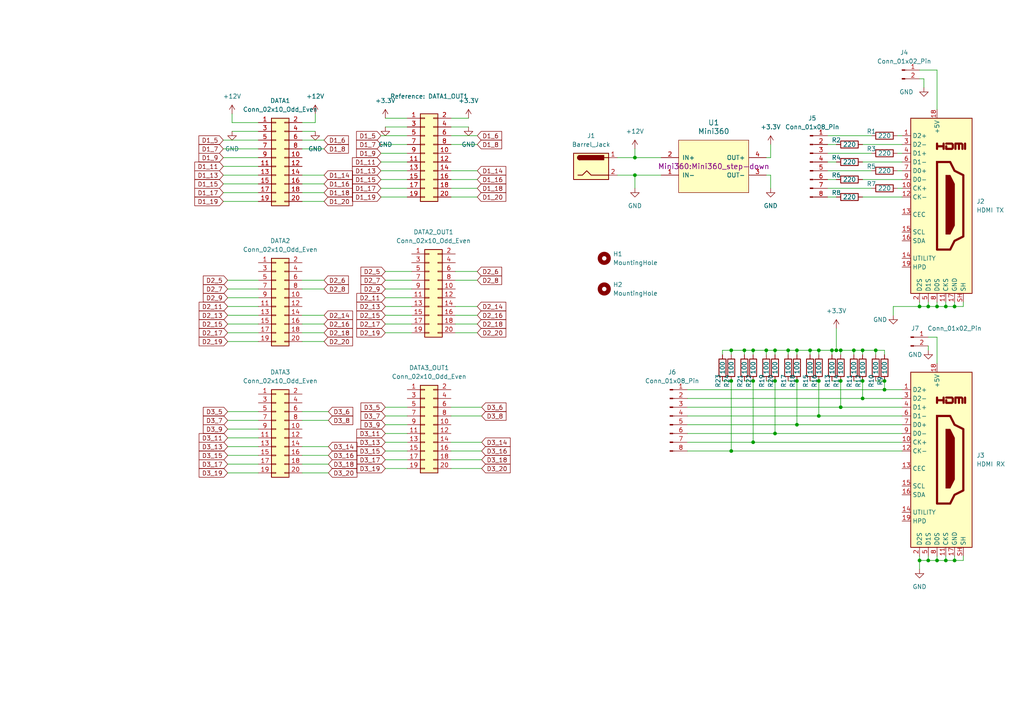
<source format=kicad_sch>
(kicad_sch (version 20230121) (generator eeschema)
  (paper "A4")
  (lib_symbols
    (symbol "Connector:Barrel_Jack" (pin_names (offset 1.016))
      (property "Reference" "J" (at 0 5.334 0))
      (property "Value" "Barrel_Jack" (at 0 -5.08 0))
      (symbol "Barrel_Jack_0_1"
        (rectangle (start -5.08 3.81) (end 5.08 -3.81) (stroke (width 0.254)) (fill (type background)))
        (arc (start -3.302 3.175) (mid -3.9343 2.54) (end -3.302 1.905) (stroke (width 0.254)))
        (arc (start -3.302 3.175) (mid -3.9343 2.54) (end -3.302 1.905) (stroke (width 0.254)) (fill (type outline)))
        (polyline (pts (xy 5.08 2.54) (xy 3.81 2.54)) (stroke (width 0.254)))
        (polyline (pts (xy -3.81 -2.54) (xy -2.54 -2.54) (xy -1.27 -1.27) (xy 0 -2.54) (xy 2.54 -2.54) (xy 5.08 -2.54)) (stroke (width 0.254)))
        (rectangle (start 3.683 3.175) (end -3.302 1.905) (stroke (width 0.254)) (fill (type outline)))
      )
      (symbol "Barrel_Jack_1_1"
        (pin passive line (at 7.62 2.54 180) (length 2.54) (name "~") (number "1"))
        (pin passive line (at 7.62 -2.54 180) (length 2.54) (name "~") (number "2"))
      )
    )
    (symbol "Connector:Conn_01x02_Pin" (pin_names (offset 1.016) hide)
      (property "Reference" "J" (at 0 2.54 0))
      (property "Value" "Conn_01x02_Pin" (at 0 -5.08 0))
      (symbol "Conn_01x02_Pin_1_1"
        (polyline (pts (xy 1.27 -2.54) (xy 0.8636 -2.54)) (stroke (width 0.1524)))
        (polyline (pts (xy 1.27 0) (xy 0.8636 0)) (stroke (width 0.1524)))
        (rectangle (start 0.8636 -2.413) (end 0 -2.667) (stroke (width 0.1524)) (fill (type outline)))
        (rectangle (start 0.8636 0.127) (end 0 -0.127) (stroke (width 0.1524)) (fill (type outline)))
        (pin passive line (at 5.08 0 180) (length 3.81) (name "Pin_1") (number "1"))
        (pin passive line (at 5.08 -2.54 180) (length 3.81) (name "Pin_2") (number "2"))
      )
    )
    (symbol "Connector:Conn_01x08_Pin" (pin_names (offset 1.016) hide)
      (property "Reference" "J" (at 0 10.16 0))
      (property "Value" "Conn_01x08_Pin" (at 0 -12.7 0))
      (symbol "Conn_01x08_Pin_1_1"
        (polyline (pts (xy 1.27 -10.16) (xy 0.8636 -10.16)) (stroke (width 0.1524)))
        (polyline (pts (xy 1.27 -7.62) (xy 0.8636 -7.62)) (stroke (width 0.1524)))
        (polyline (pts (xy 1.27 -5.08) (xy 0.8636 -5.08)) (stroke (width 0.1524)))
        (polyline (pts (xy 1.27 -2.54) (xy 0.8636 -2.54)) (stroke (width 0.1524)))
        (polyline (pts (xy 1.27 0) (xy 0.8636 0)) (stroke (width 0.1524)))
        (polyline (pts (xy 1.27 2.54) (xy 0.8636 2.54)) (stroke (width 0.1524)))
        (polyline (pts (xy 1.27 5.08) (xy 0.8636 5.08)) (stroke (width 0.1524)))
        (polyline (pts (xy 1.27 7.62) (xy 0.8636 7.62)) (stroke (width 0.1524)))
        (rectangle (start 0.8636 -10.033) (end 0 -10.287) (stroke (width 0.1524)) (fill (type outline)))
        (rectangle (start 0.8636 -7.493) (end 0 -7.747) (stroke (width 0.1524)) (fill (type outline)))
        (rectangle (start 0.8636 -4.953) (end 0 -5.207) (stroke (width 0.1524)) (fill (type outline)))
        (rectangle (start 0.8636 -2.413) (end 0 -2.667) (stroke (width 0.1524)) (fill (type outline)))
        (rectangle (start 0.8636 0.127) (end 0 -0.127) (stroke (width 0.1524)) (fill (type outline)))
        (rectangle (start 0.8636 2.667) (end 0 2.413) (stroke (width 0.1524)) (fill (type outline)))
        (rectangle (start 0.8636 5.207) (end 0 4.953) (stroke (width 0.1524)) (fill (type outline)))
        (rectangle (start 0.8636 7.747) (end 0 7.493) (stroke (width 0.1524)) (fill (type outline)))
        (pin passive line (at 5.08 7.62 180) (length 3.81) (name "Pin_1") (number "1"))
        (pin passive line (at 5.08 5.08 180) (length 3.81) (name "Pin_2") (number "2"))
        (pin passive line (at 5.08 2.54 180) (length 3.81) (name "Pin_3") (number "3"))
        (pin passive line (at 5.08 0 180) (length 3.81) (name "Pin_4") (number "4"))
        (pin passive line (at 5.08 -2.54 180) (length 3.81) (name "Pin_5") (number "5"))
        (pin passive line (at 5.08 -5.08 180) (length 3.81) (name "Pin_6") (number "6"))
        (pin passive line (at 5.08 -7.62 180) (length 3.81) (name "Pin_7") (number "7"))
        (pin passive line (at 5.08 -10.16 180) (length 3.81) (name "Pin_8") (number "8"))
      )
    )
    (symbol "Connector:HDMI_A"
      (property "Reference" "J" (at -6.35 26.67 0))
      (property "Value" "HDMI_A" (at 10.16 26.67 0))
      (symbol "HDMI_A_0_0"
        (polyline (pts (xy 8.128 16.51) (xy 8.128 18.034)) (stroke (width 0.635)))
        (polyline (pts (xy 0 16.51) (xy 0 18.034) (xy 0 17.272) (xy 1.905 17.272) (xy 1.905 18.034) (xy 1.905 16.51)) (stroke (width 0.635)))
        (polyline (pts (xy 2.667 18.034) (xy 4.318 18.034) (xy 4.572 17.78) (xy 4.572 16.764) (xy 4.318 16.51) (xy 2.667 16.51) (xy 2.667 17.272)) (stroke (width 0.635)))
      )
      (symbol "HDMI_A_0_1"
        (rectangle (start -7.62 25.4) (end 10.16 -25.4) (stroke (width 0.254)) (fill (type background)))
        (polyline (pts (xy 2.54 8.89) (xy 3.81 8.89) (xy 5.08 6.35) (xy 5.08 -5.715) (xy 3.81 -8.255) (xy 2.54 -8.255) (xy 2.54 8.89)) (fill (type outline)))
        (polyline (pts (xy 5.334 16.51) (xy 5.334 18.034) (xy 6.35 18.034) (xy 6.35 16.51) (xy 6.35 18.034) (xy 7.112 18.034) (xy 7.366 17.78) (xy 7.366 16.51)) (stroke (width 0.635)))
        (polyline (pts (xy 0 12.7) (xy 0 -12.7) (xy 3.81 -12.7) (xy 5.08 -10.16) (xy 7.62 -8.89) (xy 7.62 8.89) (xy 5.08 10.16) (xy 3.81 12.7) (xy 0 12.7)) (stroke (width 0.635)))
      )
      (symbol "HDMI_A_1_1"
        (pin passive line (at -10.16 20.32 0) (length 2.54) (name "D2+") (number "1"))
        (pin passive line (at -10.16 5.08 0) (length 2.54) (name "CK+") (number "10"))
        (pin power_in line (at 2.54 -27.94 90) (length 2.54) (name "CKS") (number "11"))
        (pin passive line (at -10.16 2.54 0) (length 2.54) (name "CK-") (number "12"))
        (pin bidirectional line (at -10.16 -2.54 0) (length 2.54) (name "CEC") (number "13"))
        (pin passive line (at -10.16 -15.24 0) (length 2.54) (name "UTILITY") (number "14"))
        (pin passive line (at -10.16 -7.62 0) (length 2.54) (name "SCL") (number "15"))
        (pin bidirectional line (at -10.16 -10.16 0) (length 2.54) (name "SDA") (number "16"))
        (pin power_in line (at 5.08 -27.94 90) (length 2.54) (name "GND") (number "17"))
        (pin power_in line (at 0 27.94 270) (length 2.54) (name "+5V") (number "18"))
        (pin passive line (at -10.16 -17.78 0) (length 2.54) (name "HPD") (number "19"))
        (pin power_in line (at -5.08 -27.94 90) (length 2.54) (name "D2S") (number "2"))
        (pin passive line (at -10.16 17.78 0) (length 2.54) (name "D2-") (number "3"))
        (pin passive line (at -10.16 15.24 0) (length 2.54) (name "D1+") (number "4"))
        (pin power_in line (at -2.54 -27.94 90) (length 2.54) (name "D1S") (number "5"))
        (pin passive line (at -10.16 12.7 0) (length 2.54) (name "D1-") (number "6"))
        (pin passive line (at -10.16 10.16 0) (length 2.54) (name "D0+") (number "7"))
        (pin power_in line (at 0 -27.94 90) (length 2.54) (name "D0S") (number "8"))
        (pin passive line (at -10.16 7.62 0) (length 2.54) (name "D0-") (number "9"))
        (pin passive line (at 7.62 -27.94 90) (length 2.54) (name "SH") (number "SH"))
      )
    )
    (symbol "Connector_Generic:Conn_02x10_Odd_Even" (pin_names (offset 1.016) hide)
      (property "Reference" "J" (at 1.27 12.7 0))
      (property "Value" "Conn_02x10_Odd_Even" (at 1.27 -15.24 0))
      (symbol "Conn_02x10_Odd_Even_1_1"
        (rectangle (start -1.27 -12.573) (end 0 -12.827) (stroke (width 0.1524)))
        (rectangle (start -1.27 -10.033) (end 0 -10.287) (stroke (width 0.1524)))
        (rectangle (start -1.27 -7.493) (end 0 -7.747) (stroke (width 0.1524)))
        (rectangle (start -1.27 -4.953) (end 0 -5.207) (stroke (width 0.1524)))
        (rectangle (start -1.27 -2.413) (end 0 -2.667) (stroke (width 0.1524)))
        (rectangle (start -1.27 0.127) (end 0 -0.127) (stroke (width 0.1524)))
        (rectangle (start -1.27 2.667) (end 0 2.413) (stroke (width 0.1524)))
        (rectangle (start -1.27 5.207) (end 0 4.953) (stroke (width 0.1524)))
        (rectangle (start -1.27 7.747) (end 0 7.493) (stroke (width 0.1524)))
        (rectangle (start -1.27 10.287) (end 0 10.033) (stroke (width 0.1524)))
        (rectangle (start -1.27 11.43) (end 3.81 -13.97) (stroke (width 0.254)) (fill (type background)))
        (rectangle (start 3.81 -12.573) (end 2.54 -12.827) (stroke (width 0.1524)))
        (rectangle (start 3.81 -10.033) (end 2.54 -10.287) (stroke (width 0.1524)))
        (rectangle (start 3.81 -7.493) (end 2.54 -7.747) (stroke (width 0.1524)))
        (rectangle (start 3.81 -4.953) (end 2.54 -5.207) (stroke (width 0.1524)))
        (rectangle (start 3.81 -2.413) (end 2.54 -2.667) (stroke (width 0.1524)))
        (rectangle (start 3.81 0.127) (end 2.54 -0.127) (stroke (width 0.1524)))
        (rectangle (start 3.81 2.667) (end 2.54 2.413) (stroke (width 0.1524)))
        (rectangle (start 3.81 5.207) (end 2.54 4.953) (stroke (width 0.1524)))
        (rectangle (start 3.81 7.747) (end 2.54 7.493) (stroke (width 0.1524)))
        (rectangle (start 3.81 10.287) (end 2.54 10.033) (stroke (width 0.1524)))
        (pin passive line (at -5.08 10.16 0) (length 3.81) (name "Pin_1") (number "1"))
        (pin passive line (at 7.62 0 180) (length 3.81) (name "Pin_10") (number "10"))
        (pin passive line (at -5.08 -2.54 0) (length 3.81) (name "Pin_11") (number "11"))
        (pin passive line (at 7.62 -2.54 180) (length 3.81) (name "Pin_12") (number "12"))
        (pin passive line (at -5.08 -5.08 0) (length 3.81) (name "Pin_13") (number "13"))
        (pin passive line (at 7.62 -5.08 180) (length 3.81) (name "Pin_14") (number "14"))
        (pin passive line (at -5.08 -7.62 0) (length 3.81) (name "Pin_15") (number "15"))
        (pin passive line (at 7.62 -7.62 180) (length 3.81) (name "Pin_16") (number "16"))
        (pin passive line (at -5.08 -10.16 0) (length 3.81) (name "Pin_17") (number "17"))
        (pin passive line (at 7.62 -10.16 180) (length 3.81) (name "Pin_18") (number "18"))
        (pin passive line (at -5.08 -12.7 0) (length 3.81) (name "Pin_19") (number "19"))
        (pin passive line (at 7.62 10.16 180) (length 3.81) (name "Pin_2") (number "2"))
        (pin passive line (at 7.62 -12.7 180) (length 3.81) (name "Pin_20") (number "20"))
        (pin passive line (at -5.08 7.62 0) (length 3.81) (name "Pin_3") (number "3"))
        (pin passive line (at 7.62 7.62 180) (length 3.81) (name "Pin_4") (number "4"))
        (pin passive line (at -5.08 5.08 0) (length 3.81) (name "Pin_5") (number "5"))
        (pin passive line (at 7.62 5.08 180) (length 3.81) (name "Pin_6") (number "6"))
        (pin passive line (at -5.08 2.54 0) (length 3.81) (name "Pin_7") (number "7"))
        (pin passive line (at 7.62 2.54 180) (length 3.81) (name "Pin_8") (number "8"))
        (pin passive line (at -5.08 0 0) (length 3.81) (name "Pin_9") (number "9"))
      )
    )
    (symbol "Device:R" (pin_numbers hide) (pin_names (offset 0))
      (property "Reference" "R" (at 2.032 0 90))
      (property "Value" "R" (at 0 0 90))
      (symbol "R_0_1"
        (rectangle (start -1.016 -2.54) (end 1.016 2.54) (stroke (width 0.254)))
      )
      (symbol "R_1_1"
        (pin passive line (at 0 3.81 270) (length 1.27) (name "~") (number "1"))
        (pin passive line (at 0 -3.81 90) (length 1.27) (name "~") (number "2"))
      )
    )
    (symbol "Mechanical:MountingHole" (pin_names (offset 1.016))
      (property "Reference" "H" (at 0 5.08 0))
      (property "Value" "MountingHole" (at 0 3.175 0))
      (symbol "MountingHole_0_1"
        (circle (center 0 0) (radius 1.27) (stroke (width 1.27)))
      )
    )
    (symbol "mini360:Mini360" (pin_names (offset 1.016))
      (property "Reference" "U" (at 0 -5.08 0))
      (property "Value" "Mini360" (at 0 5.08 0))
      (symbol "Mini360_0_1"
        (rectangle (start -10.16 7.62) (end 10.16 -7.62) (fill (type background)))
      )
      (symbol "Mini360_1_1"
        (pin power_in line (at -15.24 -2.54 0) (length 5.08) (name "IN-") (number "1"))
        (pin power_in line (at -15.24 2.54 0) (length 5.08) (name "IN+") (number "2"))
        (pin power_out line (at 15.24 -2.54 180) (length 5.08) (name "OUT-") (number "3"))
        (pin power_out line (at 15.24 2.54 180) (length 5.08) (name "OUT+") (number "4"))
      )
    )
    (symbol "power:+12V" (power) (pin_names (offset 0))
      (property "Value" "+12V" (at 0 3.556 0))
      (symbol "+12V_0_1"
        (polyline (pts (xy -0.762 1.27) (xy 0 2.54)))
        (polyline (pts (xy 0 0) (xy 0 2.54)))
        (polyline (pts (xy 0 2.54) (xy 0.762 1.27)))
      )
      (symbol "+12V_1_1"
        (pin power_in line (at 0 0 90) (length 0) hide (name "+12V") (number "1"))
      )
    )
    (symbol "power:+3.3V" (power) (pin_names (offset 0))
      (property "Value" "+3.3V" (at 0 3.556 0))
      (symbol "+3.3V_0_1"
        (polyline (pts (xy -0.762 1.27) (xy 0 2.54)))
        (polyline (pts (xy 0 0) (xy 0 2.54)))
        (polyline (pts (xy 0 2.54) (xy 0.762 1.27)))
      )
      (symbol "+3.3V_1_1"
        (pin power_in line (at 0 0 90) (length 0) hide (name "+3.3V") (number "1"))
      )
    )
    (symbol "power:GND" (power) (pin_names (offset 0))
      (property "Value" "GND" (at 0 -3.81 0))
      (symbol "GND_0_1"
        (polyline (pts (xy 0 0) (xy 0 -1.27) (xy 1.27 -1.27) (xy 0 -2.54) (xy -1.27 -1.27) (xy 0 -1.27)))
      )
      (symbol "GND_1_1"
        (pin power_in line (at 0 0 270) (length 0) hide (name "GND") (number "1"))
      )
    )
  )
  (junction (at 243.84 110.49))
  (junction (at 184.15 50.8))
  (junction (at 237.49 101.6))
  (junction (at 269.24 162.56))
  (junction (at 218.44 110.49))
  (junction (at 224.79 110.49))
  (junction (at 231.14 101.6))
  (junction (at 276.86 88.9))
  (junction (at 250.19 110.49))
  (junction (at 231.14 123.19))
  (junction (at 243.84 101.6))
  (junction (at 271.78 162.56))
  (junction (at 237.49 110.49))
  (junction (at 224.79 101.6))
  (junction (at 212.09 101.6))
  (junction (at 231.14 110.49))
  (junction (at 234.95 101.6))
  (junction (at 212.09 130.81))
  (junction (at 224.79 125.73))
  (junction (at 269.24 88.9))
  (junction (at 215.9 101.6))
  (junction (at 242.57 101.6))
  (junction (at 266.7 88.9))
  (junction (at 250.19 115.57))
  (junction (at 256.54 110.49))
  (junction (at 237.49 120.65))
  (junction (at 274.32 162.56))
  (junction (at 276.86 162.56))
  (junction (at 218.44 101.6))
  (junction (at 266.7 162.56))
  (junction (at 241.3 101.6))
  (junction (at 254 101.6))
  (junction (at 184.15 45.72))
  (junction (at 243.84 118.11))
  (junction (at 212.09 110.49))
  (junction (at 228.6 101.6))
  (junction (at 222.25 101.6))
  (junction (at 271.78 88.9))
  (junction (at 250.19 101.6))
  (junction (at 274.32 88.9))
  (junction (at 247.65 101.6))
  (junction (at 218.44 128.27))
  (junction (at 256.54 113.03))
  (wire (pts (xy 271.78 20.32) (xy 266.7 20.32)))
  (wire (pts (xy 247.65 110.49) (xy 250.19 110.49)))
  (wire (pts (xy 279.4 88.9) (xy 276.86 88.9)))
  (wire (pts (xy 274.32 87.63) (xy 274.32 88.9)))
  (wire (pts (xy 234.95 110.49) (xy 237.49 110.49)))
  (wire (pts (xy 267.97 22.86) (xy 266.7 22.86)))
  (wire (pts (xy 111.76 91.44) (xy 119.38 91.44)))
  (wire (pts (xy 274.32 161.29) (xy 274.32 162.56)))
  (wire (pts (xy 250.19 101.6) (xy 250.19 102.87)))
  (wire (pts (xy 237.49 101.6) (xy 237.49 102.87)))
  (wire (pts (xy 66.04 88.9) (xy 74.93 88.9)))
  (wire (pts (xy 130.81 34.29) (xy 135.89 34.29)))
  (wire (pts (xy 259.08 88.9) (xy 266.7 88.9)))
  (wire (pts (xy 66.04 132.08) (xy 74.93 132.08)))
  (wire (pts (xy 250.19 101.6) (xy 254 101.6)))
  (wire (pts (xy 223.52 45.72) (xy 222.25 45.72)))
  (wire (pts (xy 250.19 52.07) (xy 261.62 52.07)))
  (wire (pts (xy 231.14 101.6) (xy 231.14 102.87)))
  (wire (pts (xy 130.81 41.91) (xy 138.43 41.91)))
  (wire (pts (xy 199.39 123.19) (xy 231.14 123.19)))
  (wire (pts (xy 64.77 55.88) (xy 74.93 55.88)))
  (wire (pts (xy 269.24 87.63) (xy 269.24 88.9)))
  (wire (pts (xy 132.08 93.98) (xy 138.43 93.98)))
  (wire (pts (xy 64.77 53.34) (xy 74.93 53.34)))
  (wire (pts (xy 111.76 93.98) (xy 119.38 93.98)))
  (wire (pts (xy 250.19 110.49) (xy 250.19 115.57)))
  (wire (pts (xy 276.86 161.29) (xy 276.86 162.56)))
  (wire (pts (xy 199.39 118.11) (xy 243.84 118.11)))
  (wire (pts (xy 266.7 165.1) (xy 266.7 162.56)))
  (wire (pts (xy 87.63 91.44) (xy 93.98 91.44)))
  (wire (pts (xy 259.08 91.44) (xy 259.08 88.9)))
  (wire (pts (xy 110.49 54.61) (xy 118.11 54.61)))
  (wire (pts (xy 241.3 110.49) (xy 243.84 110.49)))
  (wire (pts (xy 110.49 46.99) (xy 118.11 46.99)))
  (wire (pts (xy 269.24 88.9) (xy 266.7 88.9)))
  (wire (pts (xy 234.95 101.6) (xy 234.95 102.87)))
  (wire (pts (xy 215.9 110.49) (xy 218.44 110.49)))
  (wire (pts (xy 237.49 120.65) (xy 261.62 120.65)))
  (wire (pts (xy 66.04 121.92) (xy 74.93 121.92)))
  (wire (pts (xy 111.76 118.11) (xy 118.11 118.11)))
  (wire (pts (xy 87.63 83.82) (xy 93.98 83.82)))
  (wire (pts (xy 271.78 162.56) (xy 269.24 162.56)))
  (wire (pts (xy 66.04 91.44) (xy 74.93 91.44)))
  (wire (pts (xy 64.77 43.18) (xy 74.93 43.18)))
  (wire (pts (xy 243.84 110.49) (xy 243.84 118.11)))
  (wire (pts (xy 110.49 49.53) (xy 118.11 49.53)))
  (wire (pts (xy 231.14 101.6) (xy 234.95 101.6)))
  (wire (pts (xy 243.84 118.11) (xy 261.62 118.11)))
  (wire (pts (xy 231.14 123.19) (xy 261.62 123.19)))
  (wire (pts (xy 199.39 128.27) (xy 218.44 128.27)))
  (wire (pts (xy 132.08 96.52) (xy 138.43 96.52)))
  (wire (pts (xy 228.6 110.49) (xy 231.14 110.49)))
  (wire (pts (xy 254 101.6) (xy 254 102.87)))
  (wire (pts (xy 87.63 81.28) (xy 93.98 81.28)))
  (wire (pts (xy 66.04 81.28) (xy 74.93 81.28)))
  (wire (pts (xy 111.76 123.19) (xy 118.11 123.19)))
  (wire (pts (xy 241.3 101.6) (xy 241.3 102.87)))
  (wire (pts (xy 66.04 134.62) (xy 74.93 134.62)))
  (wire (pts (xy 231.14 110.49) (xy 231.14 123.19)))
  (wire (pts (xy 130.81 52.07) (xy 138.43 52.07)))
  (wire (pts (xy 199.39 125.73) (xy 224.79 125.73)))
  (wire (pts (xy 240.03 52.07) (xy 242.57 52.07)))
  (wire (pts (xy 111.76 135.89) (xy 118.11 135.89)))
  (wire (pts (xy 132.08 88.9) (xy 138.43 88.9)))
  (wire (pts (xy 87.63 38.1) (xy 91.44 38.1)))
  (wire (pts (xy 66.04 83.82) (xy 74.93 83.82)))
  (wire (pts (xy 199.39 120.65) (xy 237.49 120.65)))
  (wire (pts (xy 250.19 115.57) (xy 261.62 115.57)))
  (wire (pts (xy 224.79 125.73) (xy 261.62 125.73)))
  (wire (pts (xy 111.76 78.74) (xy 119.38 78.74)))
  (wire (pts (xy 240.03 44.45) (xy 252.73 44.45)))
  (wire (pts (xy 222.25 101.6) (xy 224.79 101.6)))
  (wire (pts (xy 234.95 101.6) (xy 237.49 101.6)))
  (wire (pts (xy 132.08 78.74) (xy 138.43 78.74)))
  (wire (pts (xy 87.63 93.98) (xy 93.98 93.98)))
  (wire (pts (xy 271.78 88.9) (xy 269.24 88.9)))
  (wire (pts (xy 87.63 132.08) (xy 95.25 132.08)))
  (wire (pts (xy 256.54 110.49) (xy 256.54 113.03)))
  (wire (pts (xy 218.44 110.49) (xy 218.44 128.27)))
  (wire (pts (xy 130.81 39.37) (xy 138.43 39.37)))
  (wire (pts (xy 87.63 96.52) (xy 93.98 96.52)))
  (wire (pts (xy 87.63 40.64) (xy 93.98 40.64)))
  (wire (pts (xy 247.65 101.6) (xy 250.19 101.6)))
  (wire (pts (xy 64.77 48.26) (xy 74.93 48.26)))
  (wire (pts (xy 279.4 161.29) (xy 279.4 162.56)))
  (wire (pts (xy 276.86 87.63) (xy 276.86 88.9)))
  (wire (pts (xy 87.63 53.34) (xy 93.98 53.34)))
  (wire (pts (xy 274.32 88.9) (xy 271.78 88.9)))
  (wire (pts (xy 111.76 128.27) (xy 118.11 128.27)))
  (wire (pts (xy 64.77 40.64) (xy 74.93 40.64)))
  (wire (pts (xy 271.78 161.29) (xy 271.78 162.56)))
  (wire (pts (xy 224.79 101.6) (xy 228.6 101.6)))
  (wire (pts (xy 271.78 20.32) (xy 271.78 31.75)))
  (wire (pts (xy 240.03 54.61) (xy 252.73 54.61)))
  (wire (pts (xy 87.63 121.92) (xy 95.25 121.92)))
  (wire (pts (xy 87.63 43.18) (xy 93.98 43.18)))
  (wire (pts (xy 240.03 46.99) (xy 242.57 46.99)))
  (wire (pts (xy 218.44 128.27) (xy 261.62 128.27)))
  (wire (pts (xy 111.76 36.83) (xy 118.11 36.83)))
  (wire (pts (xy 199.39 115.57) (xy 250.19 115.57)))
  (wire (pts (xy 240.03 39.37) (xy 252.73 39.37)))
  (wire (pts (xy 66.04 124.46) (xy 74.93 124.46)))
  (wire (pts (xy 237.49 110.49) (xy 237.49 120.65)))
  (wire (pts (xy 209.55 101.6) (xy 212.09 101.6)))
  (wire (pts (xy 87.63 55.88) (xy 93.98 55.88)))
  (wire (pts (xy 184.15 50.8) (xy 184.15 54.61)))
  (wire (pts (xy 66.04 127) (xy 74.93 127)))
  (wire (pts (xy 111.76 34.29) (xy 118.11 34.29)))
  (wire (pts (xy 269.24 162.56) (xy 266.7 162.56)))
  (wire (pts (xy 271.78 87.63) (xy 271.78 88.9)))
  (wire (pts (xy 276.86 162.56) (xy 274.32 162.56)))
  (wire (pts (xy 271.78 97.79) (xy 271.78 105.41)))
  (wire (pts (xy 111.76 86.36) (xy 119.38 86.36)))
  (wire (pts (xy 184.15 45.72) (xy 191.77 45.72)))
  (wire (pts (xy 64.77 58.42) (xy 74.93 58.42)))
  (wire (pts (xy 130.81 57.15) (xy 138.43 57.15)))
  (wire (pts (xy 223.52 50.8) (xy 223.52 54.61)))
  (wire (pts (xy 179.07 50.8) (xy 184.15 50.8)))
  (wire (pts (xy 111.76 88.9) (xy 119.38 88.9)))
  (wire (pts (xy 64.77 45.72) (xy 74.93 45.72)))
  (wire (pts (xy 269.24 161.29) (xy 269.24 162.56)))
  (wire (pts (xy 110.49 41.91) (xy 118.11 41.91)))
  (wire (pts (xy 240.03 57.15) (xy 242.57 57.15)))
  (wire (pts (xy 269.24 100.33) (xy 269.24 101.6)))
  (wire (pts (xy 130.81 36.83) (xy 135.89 36.83)))
  (wire (pts (xy 260.35 44.45) (xy 261.62 44.45)))
  (wire (pts (xy 247.65 101.6) (xy 247.65 102.87)))
  (wire (pts (xy 269.24 97.79) (xy 271.78 97.79)))
  (wire (pts (xy 64.77 50.8) (xy 74.93 50.8)))
  (wire (pts (xy 215.9 101.6) (xy 215.9 102.87)))
  (wire (pts (xy 199.39 130.81) (xy 212.09 130.81)))
  (wire (pts (xy 240.03 41.91) (xy 242.57 41.91)))
  (wire (pts (xy 87.63 119.38) (xy 95.25 119.38)))
  (wire (pts (xy 241.3 101.6) (xy 242.57 101.6)))
  (wire (pts (xy 243.84 101.6) (xy 243.84 102.87)))
  (wire (pts (xy 209.55 110.49) (xy 212.09 110.49)))
  (wire (pts (xy 254 110.49) (xy 256.54 110.49)))
  (wire (pts (xy 130.81 49.53) (xy 138.43 49.53)))
  (wire (pts (xy 209.55 102.87) (xy 209.55 101.6)))
  (wire (pts (xy 130.81 135.89) (xy 139.7 135.89)))
  (wire (pts (xy 87.63 129.54) (xy 95.25 129.54)))
  (wire (pts (xy 242.57 101.6) (xy 243.84 101.6)))
  (wire (pts (xy 260.35 49.53) (xy 261.62 49.53)))
  (wire (pts (xy 66.04 86.36) (xy 74.93 86.36)))
  (wire (pts (xy 228.6 101.6) (xy 228.6 102.87)))
  (wire (pts (xy 87.63 134.62) (xy 95.25 134.62)))
  (wire (pts (xy 266.7 87.63) (xy 266.7 88.9)))
  (wire (pts (xy 111.76 130.81) (xy 118.11 130.81)))
  (wire (pts (xy 218.44 101.6) (xy 222.25 101.6)))
  (wire (pts (xy 243.84 101.6) (xy 247.65 101.6)))
  (wire (pts (xy 67.31 35.56) (xy 74.93 35.56)))
  (wire (pts (xy 111.76 96.52) (xy 119.38 96.52)))
  (wire (pts (xy 179.07 45.72) (xy 184.15 45.72)))
  (wire (pts (xy 66.04 137.16) (xy 74.93 137.16)))
  (wire (pts (xy 276.86 88.9) (xy 274.32 88.9)))
  (wire (pts (xy 224.79 110.49) (xy 224.79 125.73)))
  (wire (pts (xy 66.04 129.54) (xy 74.93 129.54)))
  (wire (pts (xy 184.15 43.18) (xy 184.15 45.72)))
  (wire (pts (xy 67.31 38.1) (xy 74.93 38.1)))
  (wire (pts (xy 67.31 33.02) (xy 67.31 35.56)))
  (wire (pts (xy 256.54 101.6) (xy 256.54 102.87)))
  (wire (pts (xy 279.4 87.63) (xy 279.4 88.9)))
  (wire (pts (xy 111.76 83.82) (xy 119.38 83.82)))
  (wire (pts (xy 218.44 101.6) (xy 218.44 102.87)))
  (wire (pts (xy 212.09 110.49) (xy 212.09 130.81)))
  (wire (pts (xy 110.49 52.07) (xy 118.11 52.07)))
  (wire (pts (xy 87.63 58.42) (xy 93.98 58.42)))
  (wire (pts (xy 87.63 137.16) (xy 95.25 137.16)))
  (wire (pts (xy 130.81 133.35) (xy 139.7 133.35)))
  (wire (pts (xy 66.04 119.38) (xy 74.93 119.38)))
  (wire (pts (xy 279.4 162.56) (xy 276.86 162.56)))
  (wire (pts (xy 130.81 54.61) (xy 138.43 54.61)))
  (wire (pts (xy 111.76 120.65) (xy 118.11 120.65)))
  (wire (pts (xy 132.08 81.28) (xy 138.43 81.28)))
  (wire (pts (xy 110.49 44.45) (xy 118.11 44.45)))
  (wire (pts (xy 91.44 35.56) (xy 87.63 35.56)))
  (wire (pts (xy 260.35 39.37) (xy 261.62 39.37)))
  (wire (pts (xy 66.04 96.52) (xy 74.93 96.52)))
  (wire (pts (xy 212.09 101.6) (xy 212.09 102.87)))
  (wire (pts (xy 66.04 93.98) (xy 74.93 93.98)))
  (wire (pts (xy 228.6 101.6) (xy 231.14 101.6)))
  (wire (pts (xy 91.44 33.02) (xy 91.44 35.56)))
  (wire (pts (xy 130.81 120.65) (xy 139.7 120.65)))
  (wire (pts (xy 256.54 113.03) (xy 261.62 113.03)))
  (wire (pts (xy 222.25 101.6) (xy 222.25 102.87)))
  (wire (pts (xy 87.63 99.06) (xy 93.98 99.06)))
  (wire (pts (xy 222.25 110.49) (xy 224.79 110.49)))
  (wire (pts (xy 132.08 91.44) (xy 138.43 91.44)))
  (wire (pts (xy 184.15 50.8) (xy 191.77 50.8)))
  (wire (pts (xy 66.04 99.06) (xy 74.93 99.06)))
  (wire (pts (xy 130.81 130.81) (xy 139.7 130.81)))
  (wire (pts (xy 110.49 39.37) (xy 118.11 39.37)))
  (wire (pts (xy 267.97 25.4) (xy 267.97 22.86)))
  (wire (pts (xy 212.09 101.6) (xy 215.9 101.6)))
  (wire (pts (xy 111.76 125.73) (xy 118.11 125.73)))
  (wire (pts (xy 215.9 101.6) (xy 218.44 101.6)))
  (wire (pts (xy 110.49 57.15) (xy 118.11 57.15)))
  (wire (pts (xy 260.35 54.61) (xy 261.62 54.61)))
  (wire (pts (xy 250.19 57.15) (xy 261.62 57.15)))
  (wire (pts (xy 130.81 118.11) (xy 139.7 118.11)))
  (wire (pts (xy 274.32 162.56) (xy 271.78 162.56)))
  (wire (pts (xy 250.19 41.91) (xy 261.62 41.91)))
  (wire (pts (xy 256.54 101.6) (xy 254 101.6)))
  (wire (pts (xy 199.39 113.03) (xy 256.54 113.03)))
  (wire (pts (xy 111.76 133.35) (xy 118.11 133.35)))
  (wire (pts (xy 266.7 161.29) (xy 266.7 162.56)))
  (wire (pts (xy 130.81 128.27) (xy 139.7 128.27)))
  (wire (pts (xy 223.52 50.8) (xy 222.25 50.8)))
  (wire (pts (xy 87.63 50.8) (xy 93.98 50.8)))
  (wire (pts (xy 240.03 49.53) (xy 252.73 49.53)))
  (wire (pts (xy 250.19 46.99) (xy 261.62 46.99)))
  (wire (pts (xy 223.52 41.91) (xy 223.52 45.72)))
  (wire (pts (xy 111.76 81.28) (xy 119.38 81.28)))
  (wire (pts (xy 212.09 130.81) (xy 261.62 130.81)))
  (wire (pts (xy 224.79 101.6) (xy 224.79 102.87)))
  (wire (pts (xy 242.57 95.25) (xy 242.57 101.6)))
  (wire (pts (xy 237.49 101.6) (xy 241.3 101.6)))
  (global_label "D2_15" (shape input) (at 111.76 91.44 180) (property "Intersheetrefs" "${INTERSHEET_REFS}" (effects hide)))
  (global_label "D1_6" (shape input) (at 138.43 39.37 0) (property "Intersheetrefs" "${INTERSHEET_REFS}" (effects hide)))
  (global_label "D1_15" (shape input) (at 110.49 52.07 180) (property "Intersheetrefs" "${INTERSHEET_REFS}" (effects hide)))
  (global_label "D2_9" (shape input) (at 66.04 86.36 180) (property "Intersheetrefs" "${INTERSHEET_REFS}" (effects hide)))
  (global_label "D3_16" (shape input) (at 95.25 132.08 0) (property "Intersheetrefs" "${INTERSHEET_REFS}" (effects hide)))
  (global_label "D1_15" (shape input) (at 64.77 53.34 180) (property "Intersheetrefs" "${INTERSHEET_REFS}" (effects hide)))
  (global_label "D1_18" (shape input) (at 93.98 55.88 0) (property "Intersheetrefs" "${INTERSHEET_REFS}" (effects hide)))
  (global_label "D2_16" (shape input) (at 93.98 93.98 0) (property "Intersheetrefs" "${INTERSHEET_REFS}" (effects hide)))
  (global_label "D3_17" (shape input) (at 66.04 134.62 180) (property "Intersheetrefs" "${INTERSHEET_REFS}" (effects hide)))
  (global_label "D2_8" (shape input) (at 138.43 81.28 0) (property "Intersheetrefs" "${INTERSHEET_REFS}" (effects hide)))
  (global_label "D3_5" (shape input) (at 66.04 119.38 180) (property "Intersheetrefs" "${INTERSHEET_REFS}" (effects hide)))
  (global_label "D3_7" (shape input) (at 66.04 121.92 180) (property "Intersheetrefs" "${INTERSHEET_REFS}" (effects hide)))
  (global_label "D1_11" (shape input) (at 64.77 48.26 180) (property "Intersheetrefs" "${INTERSHEET_REFS}" (effects hide)))
  (global_label "D1_18" (shape input) (at 138.43 54.61 0) (property "Intersheetrefs" "${INTERSHEET_REFS}" (effects hide)))
  (global_label "D3_13" (shape input) (at 111.76 128.27 180) (property "Intersheetrefs" "${INTERSHEET_REFS}" (effects hide)))
  (global_label "D1_14" (shape input) (at 138.43 49.53 0) (property "Intersheetrefs" "${INTERSHEET_REFS}" (effects hide)))
  (global_label "D2_18" (shape input) (at 93.98 96.52 0) (property "Intersheetrefs" "${INTERSHEET_REFS}" (effects hide)))
  (global_label "D3_8" (shape input) (at 95.25 121.92 0) (property "Intersheetrefs" "${INTERSHEET_REFS}" (effects hide)))
  (global_label "D1_19" (shape input) (at 110.49 57.15 180) (property "Intersheetrefs" "${INTERSHEET_REFS}" (effects hide)))
  (global_label "D3_19" (shape input) (at 111.76 135.89 180) (property "Intersheetrefs" "${INTERSHEET_REFS}" (effects hide)))
  (global_label "D2_18" (shape input) (at 138.43 93.98 0) (property "Intersheetrefs" "${INTERSHEET_REFS}" (effects hide)))
  (global_label "D2_17" (shape input) (at 66.04 96.52 180) (property "Intersheetrefs" "${INTERSHEET_REFS}" (effects hide)))
  (global_label "D1_14" (shape input) (at 93.98 50.8 0) (property "Intersheetrefs" "${INTERSHEET_REFS}" (effects hide)))
  (global_label "D1_6" (shape input) (at 93.98 40.64 0) (property "Intersheetrefs" "${INTERSHEET_REFS}" (effects hide)))
  (global_label "D2_7" (shape input) (at 66.04 83.82 180) (property "Intersheetrefs" "${INTERSHEET_REFS}" (effects hide)))
  (global_label "D1_13" (shape input) (at 64.77 50.8 180) (property "Intersheetrefs" "${INTERSHEET_REFS}" (effects hide)))
  (global_label "D3_17" (shape input) (at 111.76 133.35 180) (property "Intersheetrefs" "${INTERSHEET_REFS}" (effects hide)))
  (global_label "D2_8" (shape input) (at 93.98 83.82 0) (property "Intersheetrefs" "${INTERSHEET_REFS}" (effects hide)))
  (global_label "D3_18" (shape input) (at 95.25 134.62 0) (property "Intersheetrefs" "${INTERSHEET_REFS}" (effects hide)))
  (global_label "D2_20" (shape input) (at 138.43 96.52 0) (property "Intersheetrefs" "${INTERSHEET_REFS}" (effects hide)))
  (global_label "D1_20" (shape input) (at 93.98 58.42 0) (property "Intersheetrefs" "${INTERSHEET_REFS}" (effects hide)))
  (global_label "D1_16" (shape input) (at 138.43 52.07 0) (property "Intersheetrefs" "${INTERSHEET_REFS}" (effects hide)))
  (global_label "D1_5" (shape input) (at 110.49 39.37 180) (property "Intersheetrefs" "${INTERSHEET_REFS}" (effects hide)))
  (global_label "D1_9" (shape input) (at 110.49 44.45 180) (property "Intersheetrefs" "${INTERSHEET_REFS}" (effects hide)))
  (global_label "D1_7" (shape input) (at 64.77 43.18 180) (property "Intersheetrefs" "${INTERSHEET_REFS}" (effects hide)))
  (global_label "D1_19" (shape input) (at 64.77 58.42 180) (property "Intersheetrefs" "${INTERSHEET_REFS}" (effects hide)))
  (global_label "D3_19" (shape input) (at 66.04 137.16 180) (property "Intersheetrefs" "${INTERSHEET_REFS}" (effects hide)))
  (global_label "D3_7" (shape input) (at 111.76 120.65 180) (property "Intersheetrefs" "${INTERSHEET_REFS}" (effects hide)))
  (global_label "D2_16" (shape input) (at 138.43 91.44 0) (property "Intersheetrefs" "${INTERSHEET_REFS}" (effects hide)))
  (global_label "D1_11" (shape input) (at 110.49 46.99 180) (property "Intersheetrefs" "${INTERSHEET_REFS}" (effects hide)))
  (global_label "D2_5" (shape input) (at 66.04 81.28 180) (property "Intersheetrefs" "${INTERSHEET_REFS}" (effects hide)))
  (global_label "D2_6" (shape input) (at 138.43 78.74 0) (property "Intersheetrefs" "${INTERSHEET_REFS}" (effects hide)))
  (global_label "D3_9" (shape input) (at 111.76 123.19 180) (property "Intersheetrefs" "${INTERSHEET_REFS}" (effects hide)))
  (global_label "D2_11" (shape input) (at 111.76 86.36 180) (property "Intersheetrefs" "${INTERSHEET_REFS}" (effects hide)))
  (global_label "D1_13" (shape input) (at 110.49 49.53 180) (property "Intersheetrefs" "${INTERSHEET_REFS}" (effects hide)))
  (global_label "D1_7" (shape input) (at 110.49 41.91 180) (property "Intersheetrefs" "${INTERSHEET_REFS}" (effects hide)))
  (global_label "D3_9" (shape input) (at 66.04 124.46 180) (property "Intersheetrefs" "${INTERSHEET_REFS}" (effects hide)))
  (global_label "D3_15" (shape input) (at 66.04 132.08 180) (property "Intersheetrefs" "${INTERSHEET_REFS}" (effects hide)))
  (global_label "D2_15" (shape input) (at 66.04 93.98 180) (property "Intersheetrefs" "${INTERSHEET_REFS}" (effects hide)))
  (global_label "D2_20" (shape input) (at 93.98 99.06 0) (property "Intersheetrefs" "${INTERSHEET_REFS}" (effects hide)))
  (global_label "D3_20" (shape input) (at 139.7 135.89 0) (property "Intersheetrefs" "${INTERSHEET_REFS}" (effects hide)))
  (global_label "D1_16" (shape input) (at 93.98 53.34 0) (property "Intersheetrefs" "${INTERSHEET_REFS}" (effects hide)))
  (global_label "D1_5" (shape input) (at 64.77 40.64 180) (property "Intersheetrefs" "${INTERSHEET_REFS}" (effects hide)))
  (global_label "D1_8" (shape input) (at 138.43 41.91 0) (property "Intersheetrefs" "${INTERSHEET_REFS}" (effects hide)))
  (global_label "D1_8" (shape input) (at 93.98 43.18 0) (property "Intersheetrefs" "${INTERSHEET_REFS}" (effects hide)))
  (global_label "D2_11" (shape input) (at 66.04 88.9 180) (property "Intersheetrefs" "${INTERSHEET_REFS}" (effects hide)))
  (global_label "D3_11" (shape input) (at 111.76 125.73 180) (property "Intersheetrefs" "${INTERSHEET_REFS}" (effects hide)))
  (global_label "D3_15" (shape input) (at 111.76 130.81 180) (property "Intersheetrefs" "${INTERSHEET_REFS}" (effects hide)))
  (global_label "D1_20" (shape input) (at 138.43 57.15 0) (property "Intersheetrefs" "${INTERSHEET_REFS}" (effects hide)))
  (global_label "D2_13" (shape input) (at 111.76 88.9 180) (property "Intersheetrefs" "${INTERSHEET_REFS}" (effects hide)))
  (global_label "D2_6" (shape input) (at 93.98 81.28 0) (property "Intersheetrefs" "${INTERSHEET_REFS}" (effects hide)))
  (global_label "D3_5" (shape input) (at 111.76 118.11 180) (property "Intersheetrefs" "${INTERSHEET_REFS}" (effects hide)))
  (global_label "D2_19" (shape input) (at 111.76 96.52 180) (property "Intersheetrefs" "${INTERSHEET_REFS}" (effects hide)))
  (global_label "D1_17" (shape input) (at 110.49 54.61 180) (property "Intersheetrefs" "${INTERSHEET_REFS}" (effects hide)))
  (global_label "D1_17" (shape input) (at 64.77 55.88 180) (property "Intersheetrefs" "${INTERSHEET_REFS}" (effects hide)))
  (global_label "D3_20" (shape input) (at 95.25 137.16 0) (property "Intersheetrefs" "${INTERSHEET_REFS}" (effects hide)))
  (global_label "D2_14" (shape input) (at 138.43 88.9 0) (property "Intersheetrefs" "${INTERSHEET_REFS}" (effects hide)))
  (global_label "D1_9" (shape input) (at 64.77 45.72 180) (property "Intersheetrefs" "${INTERSHEET_REFS}" (effects hide)))
  (global_label "D2_7" (shape input) (at 111.76 81.28 180) (property "Intersheetrefs" "${INTERSHEET_REFS}" (effects hide)))
  (global_label "D3_11" (shape input) (at 66.04 127 180) (property "Intersheetrefs" "${INTERSHEET_REFS}" (effects hide)))
  (global_label "D2_5" (shape input) (at 111.76 78.74 180) (property "Intersheetrefs" "${INTERSHEET_REFS}" (effects hide)))
  (global_label "D2_14" (shape input) (at 93.98 91.44 0) (property "Intersheetrefs" "${INTERSHEET_REFS}" (effects hide)))
  (global_label "D2_9" (shape input) (at 111.76 83.82 180) (property "Intersheetrefs" "${INTERSHEET_REFS}" (effects hide)))
  (global_label "D3_13" (shape input) (at 66.04 129.54 180) (property "Intersheetrefs" "${INTERSHEET_REFS}" (effects hide)))
  (global_label "D2_19" (shape input) (at 66.04 99.06 180) (property "Intersheetrefs" "${INTERSHEET_REFS}" (effects hide)))
  (global_label "D3_6" (shape input) (at 139.7 118.11 0) (property "Intersheetrefs" "${INTERSHEET_REFS}" (effects hide)))
  (global_label "D3_16" (shape input) (at 139.7 130.81 0) (property "Intersheetrefs" "${INTERSHEET_REFS}" (effects hide)))
  (global_label "D2_17" (shape input) (at 111.76 93.98 180) (property "Intersheetrefs" "${INTERSHEET_REFS}" (effects hide)))
  (global_label "D3_14" (shape input) (at 139.7 128.27 0) (property "Intersheetrefs" "${INTERSHEET_REFS}" (effects hide)))
  (global_label "D3_18" (shape input) (at 139.7 133.35 0) (property "Intersheetrefs" "${INTERSHEET_REFS}" (effects hide)))
  (global_label "D3_6" (shape input) (at 95.25 119.38 0) (property "Intersheetrefs" "${INTERSHEET_REFS}" (effects hide)))
  (global_label "D2_13" (shape input) (at 66.04 91.44 180) (property "Intersheetrefs" "${INTERSHEET_REFS}" (effects hide)))
  (global_label "D3_14" (shape input) (at 95.25 129.54 0) (property "Intersheetrefs" "${INTERSHEET_REFS}" (effects hide)))
  (global_label "D3_8" (shape input) (at 139.7 120.65 0) (property "Intersheetrefs" "${INTERSHEET_REFS}" (effects hide)))
  (symbol (lib_id "Connector_Generic:Conn_02x10_Odd_Even") (at 80.01 124.46 0) (unit 1)
    (property "Reference" "DATA3" (at 81.28 107.95 0))
    (property "Value" "Conn_02x10_Odd_Even" (at 81.28 110.49 0))
    (property "Footprint" "CardEdge_2x10_P2.00mm_TopBottom_Separated:CardEdge_2x10_P2.00mm_TopBottom_Separated" (effects hide))
  )
  (symbol (lib_id "Device:R") (at 212.09 106.68 180) (unit 1)
    (property "Reference" "R24" (at 210.82 110.49 90))
    (property "Value" "100" (at 212.09 106.68 90))
    (property "Footprint" "Resistor_SMD:R_0402_1005Metric_Pad0.72x0.64mm_HandSolder" (effects hide))
  )
  (symbol (lib_id "Device:R") (at 256.54 106.68 180) (unit 1)
    (property "Reference" "R9" (at 255.27 110.49 90))
    (property "Value" "100" (at 256.54 106.68 90))
    (property "Footprint" "Resistor_SMD:R_0402_1005Metric_Pad0.72x0.64mm_HandSolder" (effects hide))
  )
  (symbol (lib_id "Connector:Barrel_Jack") (at 171.45 48.26 0) (unit 1)
    (property "Reference" "J1" (at 171.45 39.37 0))
    (property "Value" "Barrel_Jack" (at 171.45 41.91 0))
    (property "Footprint" "Connector_BarrelJack:BarrelJack_Horizontal" (effects hide))
  )
  (symbol (lib_id "Device:R") (at 243.84 106.68 180) (unit 1)
    (property "Reference" "R14" (at 242.57 110.49 90))
    (property "Value" "100" (at 243.84 106.68 90))
    (property "Footprint" "Resistor_SMD:R_0402_1005Metric_Pad0.72x0.64mm_HandSolder" (effects hide))
  )
  (symbol (lib_id "Connector_Generic:Conn_02x10_Odd_Even") (at 123.19 123.19 0) (unit 1)
    (property "Reference" "DATA3_OUT1" (at 124.46 106.68 0))
    (property "Value" "Conn_02x10_Odd_Even" (at 124.46 109.22 0))
    (property "Footprint" "Connector_PinSocket_2.54mm:PinSocket_2x10_P2.54mm_Vertical" (effects hide))
  )
  (symbol (lib_id "Connector:Conn_01x08_Pin") (at 234.95 46.99 0) (unit 1)
    (property "Reference" "J5" (at 235.585 34.29 0))
    (property "Value" "Conn_01x08_Pin" (at 235.585 36.83 0))
    (property "Footprint" "Connector_PinHeader_2.54mm:PinHeader_1x08_P2.54mm_Vertical" (effects hide))
  )
  (symbol (lib_id "power:GND") (at 269.24 101.6 0) (unit 1)
    (property "Reference" "#PWR025" (effects hide))
    (property "Value" "GND" (at 265.43 102.87 0))
  )
  (symbol (lib_id "Device:R") (at 250.19 106.68 180) (unit 1)
    (property "Reference" "R12" (at 248.92 110.49 90))
    (property "Value" "100" (at 250.19 106.68 90))
    (property "Footprint" "Resistor_SMD:R_0402_1005Metric_Pad0.72x0.64mm_HandSolder" (effects hide))
  )
  (symbol (lib_id "Device:R") (at 209.55 106.68 180) (unit 1)
    (property "Reference" "R23" (at 208.28 110.49 90))
    (property "Value" "100" (at 209.55 106.68 90))
    (property "Footprint" "Resistor_SMD:R_0402_1005Metric_Pad0.72x0.64mm_HandSolder" (effects hide))
  )
  (symbol (lib_id "power:GND") (at 135.89 36.83 0) (unit 1)
    (property "Reference" "#PWR09" (effects hide))
    (property "Value" "GND" (at 135.89 41.91 0))
  )
  (symbol (lib_id "power:+3.3V") (at 111.76 34.29 0) (unit 1)
    (property "Reference" "#PWR017" (effects hide))
    (property "Value" "+3.3V" (at 111.76 29.21 0))
  )
  (symbol (lib_id "Device:R") (at 246.38 46.99 90) (unit 1)
    (property "Reference" "R4" (at 242.57 45.72 90))
    (property "Value" "220" (at 246.38 46.99 90))
    (property "Footprint" "Resistor_SMD:R_0402_1005Metric_Pad0.72x0.64mm_HandSolder" (effects hide))
  )
  (symbol (lib_id "power:+12V") (at 67.31 33.02 0) (unit 1)
    (property "Reference" "#PWR01" (effects hide))
    (property "Value" "+12V" (at 67.31 27.94 0))
  )
  (symbol (lib_id "power:+12V") (at 91.44 33.02 0) (unit 1)
    (property "Reference" "#PWR014" (effects hide))
    (property "Value" "+12V" (at 91.44 27.94 0))
  )
  (symbol (lib_id "power:GND") (at 111.76 36.83 0) (unit 1)
    (property "Reference" "#PWR08" (effects hide))
    (property "Value" "GND" (at 111.76 41.91 0))
  )
  (symbol (lib_id "Device:R") (at 246.38 57.15 90) (unit 1)
    (property "Reference" "R8" (at 242.57 55.88 90))
    (property "Value" "220" (at 246.38 57.15 90))
    (property "Footprint" "Resistor_SMD:R_0402_1005Metric_Pad0.72x0.64mm_HandSolder" (effects hide))
  )
  (symbol (lib_id "Device:R") (at 246.38 52.07 90) (unit 1)
    (property "Reference" "R6" (at 242.57 50.8 90))
    (property "Value" "220" (at 246.38 52.07 90))
    (property "Footprint" "Resistor_SMD:R_0402_1005Metric_Pad0.72x0.64mm_HandSolder" (effects hide))
  )
  (symbol (lib_id "Connector_Generic:Conn_02x10_Odd_Even") (at 80.01 86.36 0) (unit 1)
    (property "Reference" "DATA2" (at 81.28 69.85 0))
    (property "Value" "Conn_02x10_Odd_Even" (at 81.28 72.39 0))
    (property "Footprint" "CardEdge_2x10_P2.00mm_TopBottom_Separated:CardEdge_2x10_P2.00mm_TopBottom_Separated" (effects hide))
  )
  (symbol (lib_id "Device:R") (at 222.25 106.68 180) (unit 1)
    (property "Reference" "R19" (at 220.98 110.49 90))
    (property "Value" "100" (at 222.25 106.68 90))
    (property "Footprint" "Resistor_SMD:R_0402_1005Metric_Pad0.72x0.64mm_HandSolder" (effects hide))
  )
  (symbol (lib_id "Mechanical:MountingHole") (at 175.26 74.93 0) (unit 1)
    (property "Reference" "H1" (at 177.8 73.66 0) (effects (justify left)))
    (property "Value" "MountingHole" (at 177.8 76.2 0) (effects (justify left)))
    (property "Footprint" "MountingHole:MountingHole_3.2mm_M3_Pad" (effects hide))
  )
  (symbol (lib_id "Device:R") (at 224.79 106.68 180) (unit 1)
    (property "Reference" "R20" (at 223.52 110.49 90))
    (property "Value" "100" (at 224.79 106.68 90))
    (property "Footprint" "Resistor_SMD:R_0402_1005Metric_Pad0.72x0.64mm_HandSolder" (effects hide))
  )
  (symbol (lib_id "Connector_Generic:Conn_02x10_Odd_Even") (at 123.19 44.45 0) (unit 1)
    (property "Reference" "DATA1_OUT1" (at 124.46 27.94 0) (show_name))
    (property "Value" "Conn_02x10_Odd_Even" (effects hide))
    (property "Footprint" "Connector_PinSocket_2.54mm:PinSocket_2x10_P2.54mm_Vertical" (effects hide))
  )
  (symbol (lib_id "Device:R") (at 246.38 41.91 90) (unit 1)
    (property "Reference" "R2" (at 242.57 40.64 90))
    (property "Value" "220" (at 246.38 41.91 90))
    (property "Footprint" "Resistor_SMD:R_0402_1005Metric_Pad0.72x0.64mm_HandSolder" (effects hide))
  )
  (symbol (lib_id "Device:R") (at 256.54 54.61 90) (unit 1)
    (property "Reference" "R7" (at 252.73 53.34 90))
    (property "Value" "220" (at 256.54 54.61 90))
    (property "Footprint" "Resistor_SMD:R_0402_1005Metric_Pad0.72x0.64mm_HandSolder" (effects hide))
  )
  (symbol (lib_id "Device:R") (at 256.54 39.37 90) (unit 1)
    (property "Reference" "R1" (at 252.73 38.1 90))
    (property "Value" "220" (at 256.54 39.37 90))
    (property "Footprint" "Resistor_SMD:R_0402_1005Metric_Pad0.72x0.64mm_HandSolder" (effects hide))
  )
  (symbol (lib_id "power:+3.3V") (at 135.89 34.29 0) (unit 1)
    (property "Reference" "#PWR018" (effects hide))
    (property "Value" "+3.3V" (at 135.89 29.21 0))
  )
  (symbol (lib_id "mini360:Mini360") (at 207.01 48.26 0) (unit 1)
    (property "Reference" "U1" (at 207.01 35.56 0) (effects (font (size 1.524 1.524))))
    (property "Value" "Mini360" (at 207.01 38.1 0) (effects (font (size 1.524 1.524))))
    (property "Footprint" "Mini360:Mini360_step-down" (at 207.01 48.26 0) (effects (font (size 1.524 1.524))))
  )
  (symbol (lib_id "Device:R") (at 237.49 106.68 180) (unit 1)
    (property "Reference" "R16" (at 236.22 110.49 90))
    (property "Value" "100" (at 237.49 106.68 90))
    (property "Footprint" "Resistor_SMD:R_0402_1005Metric_Pad0.72x0.64mm_HandSolder" (effects hide))
  )
  (symbol (lib_id "Device:R") (at 256.54 49.53 90) (unit 1)
    (property "Reference" "R5" (at 252.73 48.26 90))
    (property "Value" "220" (at 256.54 49.53 90))
    (property "Footprint" "Resistor_SMD:R_0402_1005Metric_Pad0.72x0.64mm_HandSolder" (effects hide))
  )
  (symbol (lib_id "power:GND") (at 266.7 165.1 0) (unit 1)
    (property "Reference" "#PWR030" (effects hide))
    (property "Value" "GND" (at 266.7 170.18 0))
  )
  (symbol (lib_id "Connector:HDMI_A") (at 271.78 133.35 0) (unit 1)
    (property "Reference" "J3" (at 283.21 132.08 0) (effects (justify left)))
    (property "Value" "HDMI RX" (at 283.21 134.62 0) (effects (justify left)))
    (property "Footprint" "Connector_HDMI:HDMI_A_Molex_208658-1001_Horizontal" (effects hide))
    (property "Datasheet" "https://en.wikipedia.org/wiki/HDMI" (effects hide))
  )
  (symbol (lib_id "Mechanical:MountingHole") (at 175.26 83.82 0) (unit 1)
    (property "Reference" "H2" (at 177.8 82.55 0) (effects (justify left)))
    (property "Value" "MountingHole" (at 177.8 85.09 0) (effects (justify left)))
    (property "Footprint" "MountingHole:MountingHole_3.2mm_M3_Pad" (effects hide))
  )
  (symbol (lib_id "Connector_Generic:Conn_02x10_Odd_Even") (at 124.46 83.82 0) (unit 1)
    (property "Reference" "DATA2_OUT1" (at 125.73 67.31 0))
    (property "Value" "Conn_02x10_Odd_Even" (at 125.73 69.85 0))
    (property "Footprint" "Connector_PinSocket_2.54mm:PinSocket_2x10_P2.54mm_Vertical" (effects hide))
  )
  (symbol (lib_id "power:GND") (at 67.31 38.1 0) (unit 1)
    (property "Reference" "#PWR02" (effects hide))
    (property "Value" "GND" (at 67.31 43.18 0))
  )
  (symbol (lib_id "Device:R") (at 231.14 106.68 180) (unit 1)
    (property "Reference" "R18" (at 229.87 110.49 90))
    (property "Value" "100" (at 231.14 106.68 90))
    (property "Footprint" "Resistor_SMD:R_0402_1005Metric_Pad0.72x0.64mm_HandSolder" (effects hide))
  )
  (symbol (lib_id "Connector:Conn_01x02_Pin") (at 264.16 97.79 0) (unit 1)
    (property "Reference" "J7" (at 265.43 95.25 0))
    (property "Value" "Conn_01x02_Pin" (at 276.86 95.25 0))
    (property "Footprint" "Connector_PinHeader_2.54mm:PinHeader_1x02_P2.54mm_Vertical" (effects hide))
  )
  (symbol (lib_id "power:GND") (at 184.15 54.61 0) (unit 1)
    (property "Reference" "#PWR015" (effects hide))
    (property "Value" "GND" (at 184.15 59.69 0))
  )
  (symbol (lib_id "power:+12V") (at 184.15 43.18 0) (unit 1)
    (property "Reference" "#PWR021" (effects hide))
    (property "Value" "+12V" (at 184.15 38.1 0))
  )
  (symbol (lib_id "Device:R") (at 215.9 106.68 180) (unit 1)
    (property "Reference" "R21" (at 214.63 110.49 90))
    (property "Value" "100" (at 215.9 106.68 90))
    (property "Footprint" "Resistor_SMD:R_0402_1005Metric_Pad0.72x0.64mm_HandSolder" (effects hide))
  )
  (symbol (lib_id "power:GND") (at 259.08 91.44 0) (unit 1)
    (property "Reference" "#PWR029" (effects hide))
    (property "Value" "GND" (at 255.27 92.71 0))
  )
  (symbol (lib_id "power:GND") (at 223.52 54.61 0) (unit 1)
    (property "Reference" "#PWR016" (effects hide))
    (property "Value" "GND" (at 223.52 59.69 0))
  )
  (symbol (lib_id "Connector_Generic:Conn_02x10_Odd_Even") (at 80.01 45.72 0) (unit 1)
    (property "Reference" "DATA1" (at 81.28 29.21 0))
    (property "Value" "Conn_02x10_Odd_Even" (at 81.28 31.75 0))
    (property "Footprint" "CardEdge_2x10_P2.00mm_TopBottom_Separated:CardEdge_2x10_P2.00mm_TopBottom_Separated" (effects hide))
  )
  (symbol (lib_id "power:GND") (at 91.44 38.1 0) (unit 1)
    (property "Reference" "#PWR03" (effects hide))
    (property "Value" "GND" (at 91.44 43.18 0))
  )
  (symbol (lib_id "Device:R") (at 234.95 106.68 180) (unit 1)
    (property "Reference" "R15" (at 233.68 110.49 90))
    (property "Value" "100" (at 234.95 106.68 90))
    (property "Footprint" "Resistor_SMD:R_0402_1005Metric_Pad0.72x0.64mm_HandSolder" (effects hide))
  )
  (symbol (lib_id "Device:R") (at 247.65 106.68 180) (unit 1)
    (property "Reference" "R11" (at 246.38 110.49 90))
    (property "Value" "100" (at 247.65 106.68 90))
    (property "Footprint" "Resistor_SMD:R_0402_1005Metric_Pad0.72x0.64mm_HandSolder" (effects hide))
  )
  (symbol (lib_id "power:+3.3V") (at 242.57 95.25 0) (unit 1)
    (property "Reference" "#PWR031" (effects hide))
    (property "Value" "+3.3V" (at 242.57 90.17 0))
  )
  (symbol (lib_id "power:+3.3V") (at 223.52 41.91 0) (unit 1)
    (property "Reference" "#PWR022" (effects hide))
    (property "Value" "+3.3V" (at 223.52 36.83 0))
  )
  (symbol (lib_id "Connector:Conn_01x02_Pin") (at 261.62 20.32 0) (unit 1)
    (property "Reference" "J4" (at 262.255 15.24 0))
    (property "Value" "Conn_01x02_Pin" (at 262.255 17.78 0))
    (property "Footprint" "Connector_PinHeader_2.54mm:PinHeader_1x02_P2.54mm_Vertical" (effects hide))
  )
  (symbol (lib_id "Device:R") (at 256.54 44.45 90) (unit 1)
    (property "Reference" "R3" (at 252.73 43.18 90))
    (property "Value" "220" (at 256.54 44.45 90))
    (property "Footprint" "Resistor_SMD:R_0402_1005Metric_Pad0.72x0.64mm_HandSolder" (effects hide))
  )
  (symbol (lib_id "Connector:Conn_01x08_Pin") (at 194.31 120.65 0) (unit 1)
    (property "Reference" "J6" (at 194.945 107.95 0))
    (property "Value" "Conn_01x08_Pin" (at 194.945 110.49 0))
    (property "Footprint" "Connector_PinHeader_2.54mm:PinHeader_1x08_P2.54mm_Vertical" (effects hide))
  )
  (symbol (lib_id "Connector:HDMI_A") (at 271.78 59.69 0) (unit 1)
    (property "Reference" "J2" (at 283.21 58.42 0) (effects (justify left)))
    (property "Value" "HDMI TX" (at 283.21 60.96 0) (effects (justify left)))
    (property "Footprint" "Connector_HDMI:HDMI_A_Molex_208658-1001_Horizontal" (effects hide))
    (property "Datasheet" "https://en.wikipedia.org/wiki/HDMI" (effects hide))
  )
  (symbol (lib_id "Device:R") (at 254 106.68 180) (unit 1)
    (property "Reference" "R10" (at 252.73 110.49 90))
    (property "Value" "100" (at 254 106.68 90))
    (property "Footprint" "Resistor_SMD:R_0402_1005Metric_Pad0.72x0.64mm_HandSolder" (effects hide))
  )
  (symbol (lib_id "power:GND") (at 267.97 25.4 0) (unit 1)
    (property "Reference" "#PWR026" (effects hide))
    (property "Value" "GND" (at 262.89 26.67 0))
  )
  (symbol (lib_id "Device:R") (at 218.44 106.68 180) (unit 1)
    (property "Reference" "R22" (at 217.17 110.49 90))
    (property "Value" "100" (at 218.44 106.68 90))
    (property "Footprint" "Resistor_SMD:R_0402_1005Metric_Pad0.72x0.64mm_HandSolder" (effects hide))
  )
  (symbol (lib_id "Device:R") (at 241.3 106.68 180) (unit 1)
    (property "Reference" "R13" (at 240.03 110.49 90))
    (property "Value" "100" (at 241.3 106.68 90))
    (property "Footprint" "Resistor_SMD:R_0402_1005Metric_Pad0.72x0.64mm_HandSolder" (effects hide))
  )
  (symbol (lib_id "Device:R") (at 228.6 106.68 180) (unit 1)
    (property "Reference" "R17" (at 227.33 110.49 90))
    (property "Value" "100" (at 228.6 106.68 90))
    (property "Footprint" "Resistor_SMD:R_0402_1005Metric_Pad0.72x0.64mm_HandSolder" (effects hide))
  )
)
</source>
